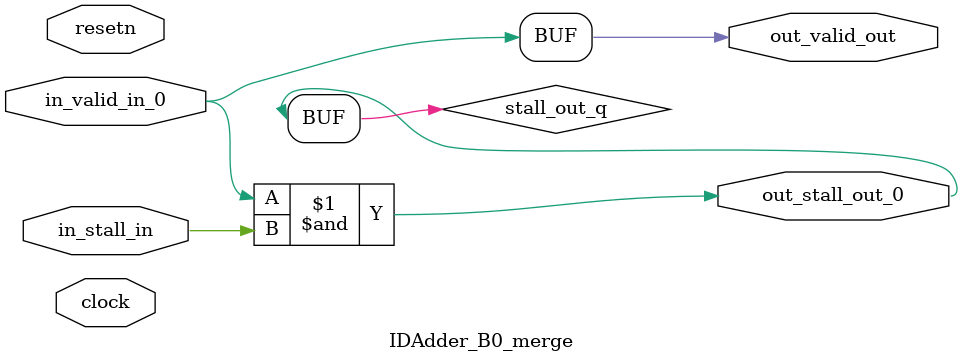
<source format=sv>



(* altera_attribute = "-name AUTO_SHIFT_REGISTER_RECOGNITION OFF; -name AUTO_ROM_RECOGNITION OFF; -name MESSAGE_DISABLE 10036; -name MESSAGE_DISABLE 10037; -name MESSAGE_DISABLE 14130; -name MESSAGE_DISABLE 14320; -name MESSAGE_DISABLE 15400; -name MESSAGE_DISABLE 14130; -name MESSAGE_DISABLE 10036; -name MESSAGE_DISABLE 12020; -name MESSAGE_DISABLE 12030; -name MESSAGE_DISABLE 12010; -name MESSAGE_DISABLE 12110; -name MESSAGE_DISABLE 14320; -name MESSAGE_DISABLE 13410; -name MESSAGE_DISABLE 113007; -name MESSAGE_DISABLE 10958" *)
module IDAdder_B0_merge (
    input wire [0:0] in_stall_in,
    input wire [0:0] in_valid_in_0,
    output wire [0:0] out_stall_out_0,
    output wire [0:0] out_valid_out,
    input wire clock,
    input wire resetn
    );

    wire [0:0] stall_out_q;


    // stall_out(LOGICAL,2)
    assign stall_out_q = in_valid_in_0 & in_stall_in;

    // out_stall_out_0(GPOUT,5)
    assign out_stall_out_0 = stall_out_q;

    // out_valid_out(GPOUT,6)
    assign out_valid_out = in_valid_in_0;

endmodule

</source>
